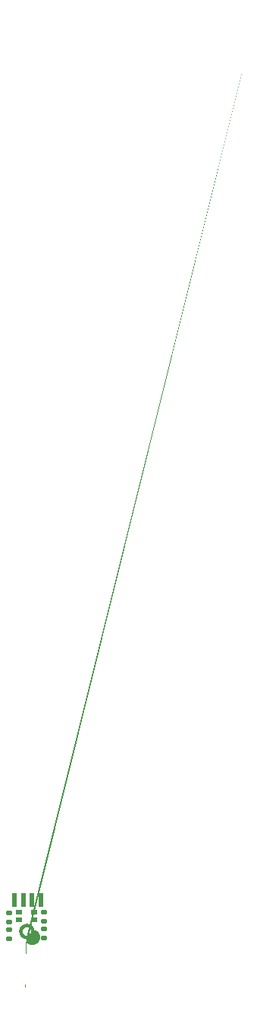
<source format=gbp>
%TF.GenerationSoftware,KiCad,Pcbnew,6.0.5-a6ca702e91~116~ubuntu22.04.1*%
%TF.CreationDate,2022-07-01T18:25:18-07:00*%
%TF.ProjectId,microphone,6d696372-6f70-4686-9f6e-652e6b696361,rev?*%
%TF.SameCoordinates,Original*%
%TF.FileFunction,Paste,Bot*%
%TF.FilePolarity,Positive*%
%FSLAX46Y46*%
G04 Gerber Fmt 4.6, Leading zero omitted, Abs format (unit mm)*
G04 Created by KiCad (PCBNEW 6.0.5-a6ca702e91~116~ubuntu22.04.1) date 2022-07-01 18:25:18*
%MOMM*%
%LPD*%
G01*
G04 APERTURE LIST*
G04 Aperture macros list*
%AMRoundRect*
0 Rectangle with rounded corners*
0 $1 Rounding radius*
0 $2 $3 $4 $5 $6 $7 $8 $9 X,Y pos of 4 corners*
0 Add a 4 corners polygon primitive as box body*
4,1,4,$2,$3,$4,$5,$6,$7,$8,$9,$2,$3,0*
0 Add four circle primitives for the rounded corners*
1,1,$1+$1,$2,$3*
1,1,$1+$1,$4,$5*
1,1,$1+$1,$6,$7*
1,1,$1+$1,$8,$9*
0 Add four rect primitives between the rounded corners*
20,1,$1+$1,$2,$3,$4,$5,0*
20,1,$1+$1,$4,$5,$6,$7,0*
20,1,$1+$1,$6,$7,$8,$9,0*
20,1,$1+$1,$8,$9,$2,$3,0*%
%AMFreePoly0*
4,1,103,0.919391,0.822403,0.926250,0.818200,0.934269,0.817569,1.160851,0.702119,1.166075,0.696003,1.173507,0.692924,1.353325,0.513107,1.356403,0.505675,1.362519,0.500452,1.477969,0.273869,1.478600,0.265849,1.482803,0.258991,1.508245,0.098357,1.511543,0.091283,1.519917,0.075198,1.519565,0.074081,1.520059,0.073021,1.523152,0.002182,1.522358,0.000000,1.523152,-0.002182,
1.520059,-0.073021,1.519565,-0.074081,1.519917,-0.075198,1.511543,-0.091283,1.508245,-0.098357,1.482803,-0.258991,1.478600,-0.265849,1.477969,-0.273869,1.362519,-0.500452,1.356403,-0.505675,1.353325,-0.513107,1.173507,-0.692924,1.166075,-0.696003,1.160851,-0.702119,0.934269,-0.817569,0.926250,-0.818200,0.919391,-0.822403,0.668222,-0.862184,0.660400,-0.860306,0.652579,-0.862184,
0.401409,-0.822403,0.394551,-0.818200,0.386531,-0.817569,0.159948,-0.702119,0.154725,-0.696003,0.147293,-0.692925,-0.032524,-0.513107,-0.035603,-0.505675,-0.041719,-0.500451,-0.157169,-0.273869,-0.157800,-0.265850,-0.162003,-0.258991,-0.187445,-0.098355,-0.190741,-0.091288,-0.199117,-0.075198,-0.198765,-0.074081,-0.199259,-0.073021,-0.202352,-0.002181,-0.201558,0.000000,0.203023,0.000000,
0.225408,-0.141336,0.290375,-0.268841,0.391559,-0.370025,0.519062,-0.434992,0.660400,-0.457377,0.801736,-0.434992,0.929241,-0.370025,1.030425,-0.268841,1.095392,-0.141338,1.117777,0.000000,1.095392,0.141338,1.030425,0.268841,0.929241,0.370025,0.801736,0.434992,0.660400,0.457377,0.519062,0.434992,0.391559,0.370025,0.290375,0.268841,0.225408,0.141336,0.203023,0.000000,
-0.201558,0.000000,-0.202352,0.002181,-0.199259,0.073021,-0.198765,0.074081,-0.199117,0.075198,-0.190741,0.091288,-0.187445,0.098355,-0.162003,0.258991,-0.157800,0.265850,-0.157169,0.273869,-0.041719,0.500451,-0.035603,0.505675,-0.032524,0.513107,0.147293,0.692925,0.154725,0.696003,0.159948,0.702119,0.386531,0.817569,0.394551,0.818200,0.401409,0.822403,0.652579,0.862184,
0.660400,0.860306,0.668222,0.862184,0.919391,0.822403,0.919391,0.822403,$1*%
G04 Aperture macros list end*
%ADD10C,0.100000*%
%ADD11R,0.600000X1.550000*%
%ADD12R,0.725000X0.522000*%
%ADD13FreePoly0,90.000000*%
%ADD14RoundRect,0.140000X0.170000X-0.140000X0.170000X0.140000X-0.170000X0.140000X-0.170000X-0.140000X0*%
%ADD15RoundRect,0.140000X-0.170000X0.140000X-0.170000X-0.140000X0.170000X-0.140000X0.170000X0.140000X0*%
%ADD16RoundRect,0.135000X0.185000X-0.135000X0.185000X0.135000X-0.185000X0.135000X-0.185000X-0.135000X0*%
G04 APERTURE END LIST*
G36*
X150934140Y-95305293D02*
G01*
X150907575Y-95608933D01*
X150863300Y-95607000D01*
X150706319Y-95631863D01*
X150564705Y-95704019D01*
X150452319Y-95816405D01*
X150380163Y-95958019D01*
X150355300Y-96115000D01*
X150380163Y-96271981D01*
X150452319Y-96413595D01*
X150564705Y-96525981D01*
X150706319Y-96598137D01*
X150863300Y-96623000D01*
X150907575Y-96621067D01*
X150934140Y-96924707D01*
X150863300Y-96927800D01*
X150612131Y-96888019D01*
X150385548Y-96772569D01*
X150205731Y-96592752D01*
X150090281Y-96366169D01*
X150050500Y-96115000D01*
X150090281Y-95863831D01*
X150205731Y-95637248D01*
X150385548Y-95457431D01*
X150612131Y-95341981D01*
X150863300Y-95302200D01*
X150934140Y-95305293D01*
G37*
D10*
X150934140Y-95305293D02*
X150907575Y-95608933D01*
X150863300Y-95607000D01*
X150706319Y-95631863D01*
X150564705Y-95704019D01*
X150452319Y-95816405D01*
X150380163Y-95958019D01*
X150355300Y-96115000D01*
X150380163Y-96271981D01*
X150452319Y-96413595D01*
X150564705Y-96525981D01*
X150706319Y-96598137D01*
X150863300Y-96623000D01*
X150907575Y-96621067D01*
X150934140Y-96924707D01*
X150863300Y-96927800D01*
X150612131Y-96888019D01*
X150385548Y-96772569D01*
X150205731Y-96592752D01*
X150090281Y-96366169D01*
X150050500Y-96115000D01*
X150090281Y-95863831D01*
X150205731Y-95637248D01*
X150385548Y-95457431D01*
X150612131Y-95341981D01*
X150863300Y-95302200D01*
X150934140Y-95305293D01*
G36*
X151114469Y-95341981D02*
G01*
X151341052Y-95457431D01*
X151520869Y-95637248D01*
X151636319Y-95863831D01*
X151676100Y-96115000D01*
X151636319Y-96366169D01*
X151520869Y-96592752D01*
X151341052Y-96772569D01*
X151114469Y-96888019D01*
X150863300Y-96927800D01*
X150792460Y-96924707D01*
X150819025Y-96621067D01*
X150863300Y-96623000D01*
X151020281Y-96598137D01*
X151161895Y-96525981D01*
X151274281Y-96413595D01*
X151346437Y-96271981D01*
X151371300Y-96115000D01*
X151346437Y-95958019D01*
X151274281Y-95816405D01*
X151161895Y-95704019D01*
X151020281Y-95631863D01*
X150863300Y-95607000D01*
X150819025Y-95608933D01*
X150792460Y-95305293D01*
X150863300Y-95302200D01*
X151114469Y-95341981D01*
G37*
X151114469Y-95341981D02*
X151341052Y-95457431D01*
X151520869Y-95637248D01*
X151636319Y-95863831D01*
X151676100Y-96115000D01*
X151636319Y-96366169D01*
X151520869Y-96592752D01*
X151341052Y-96772569D01*
X151114469Y-96888019D01*
X150863300Y-96927800D01*
X150792460Y-96924707D01*
X150819025Y-96621067D01*
X150863300Y-96623000D01*
X151020281Y-96598137D01*
X151161895Y-96525981D01*
X151274281Y-96413595D01*
X151346437Y-96271981D01*
X151371300Y-96115000D01*
X151346437Y-95958019D01*
X151274281Y-95816405D01*
X151161895Y-95704019D01*
X151020281Y-95631863D01*
X150863300Y-95607000D01*
X150819025Y-95608933D01*
X150792460Y-95305293D01*
X150863300Y-95302200D01*
X151114469Y-95341981D01*
D11*
X149480000Y-92635000D03*
X150480000Y-92635000D03*
X151480000Y-92635000D03*
X152480000Y-92635000D03*
D12*
X151701047Y-94041000D03*
X151701047Y-94863000D03*
D13*
X150863300Y-96775400D03*
D12*
X150025553Y-94863000D03*
X150025553Y-94041000D03*
D14*
X148900000Y-95073200D03*
X148900000Y-94113200D03*
D15*
X148900000Y-95970000D03*
X148900000Y-96930000D03*
D16*
X152850000Y-96860000D03*
X152850000Y-95840000D03*
X152850001Y-94980400D03*
X152850001Y-93960400D03*
M02*

</source>
